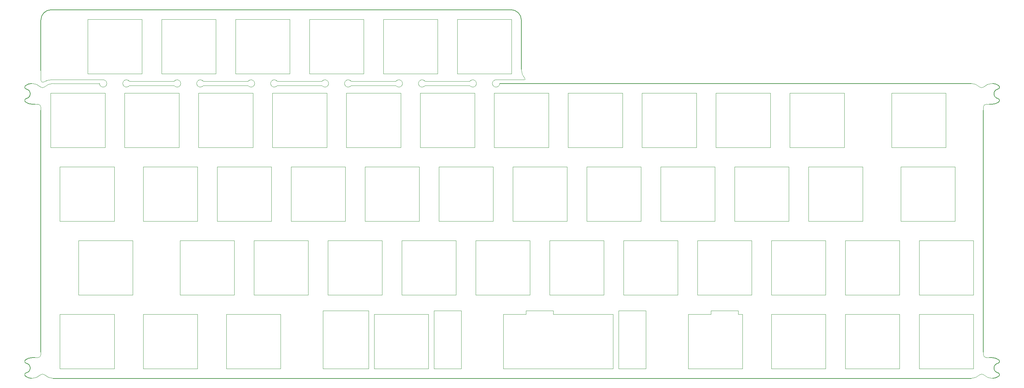
<source format=gbr>
%TF.GenerationSoftware,KiCad,Pcbnew,(7.0.0)*%
%TF.CreationDate,2023-05-06T02:11:09-05:00*%
%TF.ProjectId,Hull_V4N_Tray_Plate,48756c6c-5f56-4344-9e5f-547261795f50,rev?*%
%TF.SameCoordinates,Original*%
%TF.FileFunction,Profile,NP*%
%FSLAX46Y46*%
G04 Gerber Fmt 4.6, Leading zero omitted, Abs format (unit mm)*
G04 Created by KiCad (PCBNEW (7.0.0)) date 2023-05-06 02:11:09*
%MOMM*%
%LPD*%
G01*
G04 APERTURE LIST*
%TA.AperFunction,Profile*%
%ADD10C,0.020000*%
%TD*%
%TA.AperFunction,Profile*%
%ADD11C,0.100000*%
%TD*%
%TA.AperFunction,Profile*%
%ADD12C,0.200000*%
%TD*%
G04 APERTURE END LIST*
D10*
X247000000Y-116825000D02*
X247000000Y-130825000D01*
X261000000Y-130825000D02*
X261000000Y-116825000D01*
X261000000Y-116825000D02*
X247000000Y-116825000D01*
X247000000Y-130825000D02*
X261000000Y-130825000D01*
X227950000Y-116825000D02*
X227950000Y-130825000D01*
X241950000Y-130825000D02*
X241950000Y-116825000D01*
X241950000Y-116825000D02*
X227950000Y-116825000D01*
X227950000Y-130825000D02*
X241950000Y-130825000D01*
X208900000Y-116825000D02*
X208900000Y-130825000D01*
X222900000Y-130825000D02*
X222900000Y-116825000D01*
X222900000Y-116825000D02*
X208900000Y-116825000D01*
X208900000Y-130825000D02*
X222900000Y-130825000D01*
X187468750Y-116825000D02*
X187468750Y-130825000D01*
X201468750Y-130825000D02*
X201468750Y-116825000D01*
X193343750Y-116825000D02*
X187468750Y-116825000D01*
X201468750Y-116825000D02*
X200343750Y-116825000D01*
X200343750Y-130825000D02*
X201468750Y-130825000D01*
X187468750Y-130825000D02*
X193343750Y-130825000D01*
X152693250Y-116825000D02*
X152693250Y-115825000D01*
X145693250Y-115825000D02*
X145693250Y-116825000D01*
X152693250Y-115825000D02*
X145693250Y-115825000D01*
X176569250Y-130825000D02*
X176569250Y-115825000D01*
X169569250Y-115825000D02*
X169569250Y-130825000D01*
X169569250Y-130825000D02*
X176569250Y-130825000D01*
X176569250Y-115825000D02*
X169569250Y-115825000D01*
X168131250Y-130825000D02*
X168131250Y-116825000D01*
X168131250Y-116825000D02*
X153843750Y-116825000D01*
X153843750Y-130825000D02*
X168131250Y-130825000D01*
X93343750Y-115825000D02*
X93343750Y-130825000D01*
X93343750Y-130825000D02*
X98068250Y-130825000D01*
X98068250Y-115825000D02*
X93343750Y-115825000D01*
X200343750Y-116825000D02*
X200343750Y-115825000D01*
X193343750Y-115825000D02*
X193343750Y-116825000D01*
X193343750Y-130825000D02*
X200343750Y-130825000D01*
X200343750Y-115825000D02*
X193343750Y-115825000D01*
X139843750Y-116825000D02*
X139843750Y-130825000D01*
X145693250Y-116825000D02*
X139843750Y-116825000D01*
X153843750Y-116825000D02*
X152693250Y-116825000D01*
X152693250Y-130825000D02*
X153843750Y-130825000D01*
X145693250Y-130825000D02*
X152693250Y-130825000D01*
X139843750Y-130825000D02*
X145693250Y-130825000D01*
X105068250Y-130825000D02*
X105068250Y-115825000D01*
X100343750Y-130825000D02*
X105068250Y-130825000D01*
X98068250Y-130825000D02*
X100343750Y-130825000D01*
X100343750Y-115825000D02*
X98068250Y-115825000D01*
X105068250Y-115825000D02*
X100343750Y-115825000D01*
X128944250Y-130825000D02*
X128944250Y-115825000D01*
X121944250Y-115825000D02*
X121944250Y-130825000D01*
X121944250Y-130825000D02*
X128944250Y-130825000D01*
X128944250Y-115825000D02*
X121944250Y-115825000D01*
X106506250Y-116825000D02*
X106506250Y-130825000D01*
X120506250Y-130825000D02*
X120506250Y-116825000D01*
X120506250Y-116825000D02*
X106506250Y-116825000D01*
X106506250Y-130825000D02*
X120506250Y-130825000D01*
X68406250Y-116825000D02*
X68406250Y-130825000D01*
X82406250Y-130825000D02*
X82406250Y-116825000D01*
X82406250Y-116825000D02*
X68406250Y-116825000D01*
X68406250Y-130825000D02*
X82406250Y-130825000D01*
X46975000Y-116825000D02*
X46975000Y-130825000D01*
X60975000Y-130825000D02*
X60975000Y-116825000D01*
X60975000Y-116825000D02*
X46975000Y-116825000D01*
X46975000Y-130825000D02*
X60975000Y-130825000D01*
X25543750Y-116825000D02*
X25543750Y-130825000D01*
X39543750Y-130825000D02*
X39543750Y-116825000D01*
X39543750Y-116825000D02*
X25543750Y-116825000D01*
X25543750Y-130825000D02*
X39543750Y-130825000D01*
X247000000Y-97775000D02*
X247000000Y-111775000D01*
X261000000Y-111775000D02*
X261000000Y-97775000D01*
X261000000Y-97775000D02*
X247000000Y-97775000D01*
X247000000Y-111775000D02*
X261000000Y-111775000D01*
X227950000Y-97775000D02*
X227950000Y-111775000D01*
X241950000Y-111775000D02*
X241950000Y-97775000D01*
X241950000Y-97775000D02*
X227950000Y-97775000D01*
X227950000Y-111775000D02*
X241950000Y-111775000D01*
X208900000Y-97775000D02*
X208900000Y-111775000D01*
X222900000Y-111775000D02*
X222900000Y-97775000D01*
X222900000Y-97775000D02*
X208900000Y-97775000D01*
X208900000Y-111775000D02*
X222900000Y-111775000D01*
X189850000Y-97775000D02*
X189850000Y-111775000D01*
X203850000Y-111775000D02*
X203850000Y-97775000D01*
X203850000Y-97775000D02*
X189850000Y-97775000D01*
X189850000Y-111775000D02*
X203850000Y-111775000D01*
X170800000Y-97775000D02*
X170800000Y-111775000D01*
X184800000Y-111775000D02*
X184800000Y-97775000D01*
X184800000Y-97775000D02*
X170800000Y-97775000D01*
X170800000Y-111775000D02*
X184800000Y-111775000D01*
X151750000Y-97775000D02*
X151750000Y-111775000D01*
X165750000Y-111775000D02*
X165750000Y-97775000D01*
X165750000Y-97775000D02*
X151750000Y-97775000D01*
X151750000Y-111775000D02*
X165750000Y-111775000D01*
X132700000Y-97775000D02*
X132700000Y-111775000D01*
X146700000Y-111775000D02*
X146700000Y-97775000D01*
X146700000Y-97775000D02*
X132700000Y-97775000D01*
X132700000Y-111775000D02*
X146700000Y-111775000D01*
X113650000Y-97775000D02*
X113650000Y-111775000D01*
X127650000Y-111775000D02*
X127650000Y-97775000D01*
X127650000Y-97775000D02*
X113650000Y-97775000D01*
X113650000Y-111775000D02*
X127650000Y-111775000D01*
X94600000Y-97775000D02*
X94600000Y-111775000D01*
X108600000Y-111775000D02*
X108600000Y-97775000D01*
X108600000Y-97775000D02*
X94600000Y-97775000D01*
X94600000Y-111775000D02*
X108600000Y-111775000D01*
X75550000Y-97775000D02*
X75550000Y-111775000D01*
X89550000Y-111775000D02*
X89550000Y-97775000D01*
X89550000Y-97775000D02*
X75550000Y-97775000D01*
X75550000Y-111775000D02*
X89550000Y-111775000D01*
X56500000Y-97775000D02*
X56500000Y-111775000D01*
X70500000Y-111775000D02*
X70500000Y-97775000D01*
X70500000Y-97775000D02*
X56500000Y-97775000D01*
X56500000Y-111775000D02*
X70500000Y-111775000D01*
X30306250Y-97775000D02*
X30306250Y-111775000D01*
X44306250Y-111775000D02*
X44306250Y-97775000D01*
X44306250Y-97775000D02*
X30306250Y-97775000D01*
X30306250Y-111775000D02*
X44306250Y-111775000D01*
X242237500Y-78725000D02*
X242237500Y-92725000D01*
X256237500Y-92725000D02*
X256237500Y-78725000D01*
X256237500Y-78725000D02*
X242237500Y-78725000D01*
X242237500Y-92725000D02*
X256237500Y-92725000D01*
X218425000Y-78725000D02*
X218425000Y-92725000D01*
X232425000Y-92725000D02*
X232425000Y-78725000D01*
X232425000Y-78725000D02*
X218425000Y-78725000D01*
X218425000Y-92725000D02*
X232425000Y-92725000D01*
X199375000Y-78725000D02*
X199375000Y-92725000D01*
X213375000Y-92725000D02*
X213375000Y-78725000D01*
X213375000Y-78725000D02*
X199375000Y-78725000D01*
X199375000Y-92725000D02*
X213375000Y-92725000D01*
X180325000Y-78725000D02*
X180325000Y-92725000D01*
X194325000Y-92725000D02*
X194325000Y-78725000D01*
X194325000Y-78725000D02*
X180325000Y-78725000D01*
X180325000Y-92725000D02*
X194325000Y-92725000D01*
X161275000Y-78725000D02*
X161275000Y-92725000D01*
X175275000Y-92725000D02*
X175275000Y-78725000D01*
X175275000Y-78725000D02*
X161275000Y-78725000D01*
X161275000Y-92725000D02*
X175275000Y-92725000D01*
X142225000Y-78725000D02*
X142225000Y-92725000D01*
X156225000Y-92725000D02*
X156225000Y-78725000D01*
X156225000Y-78725000D02*
X142225000Y-78725000D01*
X142225000Y-92725000D02*
X156225000Y-92725000D01*
X123175000Y-78725000D02*
X123175000Y-92725000D01*
X137175000Y-92725000D02*
X137175000Y-78725000D01*
X137175000Y-78725000D02*
X123175000Y-78725000D01*
X123175000Y-92725000D02*
X137175000Y-92725000D01*
X104125000Y-78725000D02*
X104125000Y-92725000D01*
X118125000Y-92725000D02*
X118125000Y-78725000D01*
X118125000Y-78725000D02*
X104125000Y-78725000D01*
X104125000Y-92725000D02*
X118125000Y-92725000D01*
X85075000Y-78725000D02*
X85075000Y-92725000D01*
X99075000Y-92725000D02*
X99075000Y-78725000D01*
X99075000Y-78725000D02*
X85075000Y-78725000D01*
X85075000Y-92725000D02*
X99075000Y-92725000D01*
X66025000Y-78725000D02*
X66025000Y-92725000D01*
X80025000Y-92725000D02*
X80025000Y-78725000D01*
X80025000Y-78725000D02*
X66025000Y-78725000D01*
X66025000Y-92725000D02*
X80025000Y-92725000D01*
X46975000Y-78725000D02*
X46975000Y-92725000D01*
X60975000Y-92725000D02*
X60975000Y-78725000D01*
X60975000Y-78725000D02*
X46975000Y-78725000D01*
X46975000Y-92725000D02*
X60975000Y-92725000D01*
X25543750Y-78725000D02*
X25543750Y-92725000D01*
X39543750Y-92725000D02*
X39543750Y-78725000D01*
X39543750Y-78725000D02*
X25543750Y-78725000D01*
X25543750Y-92725000D02*
X39543750Y-92725000D01*
X239856250Y-59675000D02*
X239856250Y-73675000D01*
X253856250Y-73675000D02*
X253856250Y-59675000D01*
X253856250Y-59675000D02*
X239856250Y-59675000D01*
X239856250Y-73675000D02*
X253856250Y-73675000D01*
X213662500Y-59675000D02*
X213662500Y-73675000D01*
X227662500Y-73675000D02*
X227662500Y-59675000D01*
X227662500Y-59675000D02*
X213662500Y-59675000D01*
X213662500Y-73675000D02*
X227662500Y-73675000D01*
X194612500Y-59675000D02*
X194612500Y-73675000D01*
X208612500Y-73675000D02*
X208612500Y-59675000D01*
X208612500Y-59675000D02*
X194612500Y-59675000D01*
X194612500Y-73675000D02*
X208612500Y-73675000D01*
X175562500Y-59675000D02*
X175562500Y-73675000D01*
X189562500Y-73675000D02*
X189562500Y-59675000D01*
X189562500Y-59675000D02*
X175562500Y-59675000D01*
X175562500Y-73675000D02*
X189562500Y-73675000D01*
X156512500Y-59675000D02*
X156512500Y-73675000D01*
X170512500Y-73675000D02*
X170512500Y-59675000D01*
X170512500Y-59675000D02*
X156512500Y-59675000D01*
X156512500Y-73675000D02*
X170512500Y-73675000D01*
X137462500Y-59675000D02*
X137462500Y-73675000D01*
X151462500Y-73675000D02*
X151462500Y-59675000D01*
X151462500Y-59675000D02*
X137462500Y-59675000D01*
X137462500Y-73675000D02*
X151462500Y-73675000D01*
X118412500Y-59675000D02*
X118412500Y-73675000D01*
X132412500Y-73675000D02*
X132412500Y-59675000D01*
X132412500Y-59675000D02*
X118412500Y-59675000D01*
X118412500Y-73675000D02*
X132412500Y-73675000D01*
X99362500Y-59675000D02*
X99362500Y-73675000D01*
X113362500Y-73675000D02*
X113362500Y-59675000D01*
X113362500Y-59675000D02*
X99362500Y-59675000D01*
X99362500Y-73675000D02*
X113362500Y-73675000D01*
X80312500Y-59675000D02*
X80312500Y-73675000D01*
X94312500Y-73675000D02*
X94312500Y-59675000D01*
X94312500Y-59675000D02*
X80312500Y-59675000D01*
X80312500Y-73675000D02*
X94312500Y-73675000D01*
X61262500Y-59675000D02*
X61262500Y-73675000D01*
X75262500Y-73675000D02*
X75262500Y-59675000D01*
X75262500Y-59675000D02*
X61262500Y-59675000D01*
X61262500Y-73675000D02*
X75262500Y-73675000D01*
X42212500Y-59675000D02*
X42212500Y-73675000D01*
X56212500Y-73675000D02*
X56212500Y-59675000D01*
X56212500Y-59675000D02*
X42212500Y-59675000D01*
X42212500Y-73675000D02*
X56212500Y-73675000D01*
X23162500Y-59675000D02*
X23162500Y-73675000D01*
X37162500Y-73675000D02*
X37162500Y-59675000D01*
X37162500Y-59675000D02*
X23162500Y-59675000D01*
X23162500Y-73675000D02*
X37162500Y-73675000D01*
X127937500Y-40625000D02*
X127937500Y-54625000D01*
X141937500Y-54625000D02*
X141937500Y-40625000D01*
X141937500Y-40625000D02*
X127937500Y-40625000D01*
X127937500Y-54625000D02*
X141937500Y-54625000D01*
X108887500Y-40625000D02*
X108887500Y-54625000D01*
X122887500Y-54625000D02*
X122887500Y-40625000D01*
X122887500Y-40625000D02*
X108887500Y-40625000D01*
X108887500Y-54625000D02*
X122887500Y-54625000D01*
X89837500Y-40625000D02*
X89837500Y-54625000D01*
X103837500Y-54625000D02*
X103837500Y-40625000D01*
X103837500Y-40625000D02*
X89837500Y-40625000D01*
X89837500Y-54625000D02*
X103837500Y-54625000D01*
X70787500Y-40625000D02*
X70787500Y-54625000D01*
X84787500Y-54625000D02*
X84787500Y-40625000D01*
X84787500Y-40625000D02*
X70787500Y-40625000D01*
X70787500Y-54625000D02*
X84787500Y-54625000D01*
X51737500Y-40625000D02*
X51737500Y-54625000D01*
X65737500Y-54625000D02*
X65737500Y-40625000D01*
X65737500Y-40625000D02*
X51737500Y-40625000D01*
X51737500Y-54625000D02*
X65737500Y-54625000D01*
X32687500Y-40625000D02*
X32687500Y-54625000D01*
X46687500Y-54625000D02*
X46687500Y-40625000D01*
X46687500Y-40625000D02*
X32687500Y-40625000D01*
X32687500Y-54625000D02*
X46687500Y-54625000D01*
D11*
X20637501Y-64000000D02*
X20637502Y-63293751D01*
X56683485Y-57150000D02*
G75*
G03*
X55737500Y-56204015I-945985J0D01*
G01*
D12*
X20637501Y-40775000D02*
X20637500Y-53822765D01*
X267282465Y-58598754D02*
G75*
G03*
X267282463Y-61051246I242535J-1226246D01*
G01*
D11*
X74787500Y-56204015D02*
G75*
G03*
X74019636Y-56597485I0J-945985D01*
G01*
D12*
X16670111Y-57713680D02*
G75*
G03*
X16880038Y-58598755I306989J-394620D01*
G01*
X18312500Y-128000002D02*
G75*
G03*
X16670054Y-128563606I0J-2674998D01*
G01*
D11*
X117941516Y-57150000D02*
G75*
G03*
X118887500Y-58095984I945984J0D01*
G01*
D12*
X16880037Y-131901242D02*
G75*
G03*
X16670052Y-132786395I97013J-490498D01*
G01*
D11*
X265025000Y-62500001D02*
X264318749Y-62500001D01*
X20557564Y-58079936D02*
G75*
G03*
X18312501Y-57150000I-2245064J-2245064D01*
G01*
D12*
X144462500Y-53474999D02*
X144462500Y-40775000D01*
D11*
X112887500Y-58095984D02*
G75*
G03*
X113833484Y-57150000I0J945984D01*
G01*
X137937501Y-58095985D02*
G75*
G03*
X138883485Y-57149999I-1J945985D01*
G01*
D12*
X23312500Y-38100001D02*
G75*
G03*
X20637501Y-40775000I0J-2674999D01*
G01*
X16670053Y-61936397D02*
G75*
G03*
X18312501Y-62500001I1642447J2111397D01*
G01*
D11*
X118887500Y-56204015D02*
G75*
G03*
X117941515Y-57150000I0J-945985D01*
G01*
D12*
X267282480Y-129448848D02*
G75*
G03*
X267492448Y-128563605I-97080J490548D01*
G01*
D11*
X263604937Y-132420066D02*
G75*
G03*
X265850001Y-133350001I2245063J2245066D01*
G01*
X60791516Y-57150000D02*
G75*
G03*
X61737500Y-58095984I945984J0D01*
G01*
X23366516Y-56204014D02*
G75*
G03*
X21353327Y-56803156I-20316J-3613586D01*
G01*
D12*
X265025000Y-62500001D02*
X265850000Y-62500001D01*
D11*
X74019636Y-57702513D02*
X62505364Y-57702514D01*
X137937500Y-56204015D02*
X145256250Y-56204015D01*
X81555364Y-56597485D02*
G75*
G03*
X80787500Y-56204015I-767864J-552515D01*
G01*
X19843751Y-128000001D02*
G75*
G03*
X20637501Y-127206250I-1J793751D01*
G01*
X94783485Y-57150000D02*
G75*
G03*
X93837500Y-56204015I-945985J0D01*
G01*
X21567436Y-132420065D02*
G75*
G03*
X20557564Y-132420066I-504936J-585335D01*
G01*
X23812501Y-57150004D02*
G75*
G03*
X21567439Y-58079938I-1J-3174996D01*
G01*
D12*
X265850001Y-128000000D02*
X265025001Y-128000000D01*
X16670051Y-132786396D02*
G75*
G03*
X18312500Y-133350001I1642449J2111396D01*
G01*
X23812501Y-133349999D02*
X260350000Y-133349999D01*
D11*
X263525000Y-126500001D02*
X263525000Y-127206250D01*
X20637500Y-53822765D02*
X20637500Y-56356250D01*
X80787500Y-58095984D02*
G75*
G03*
X81555364Y-57702513I0J945984D01*
G01*
X263524999Y-63293751D02*
X263525000Y-64000000D01*
D12*
X19137500Y-128000001D02*
X18312500Y-128000000D01*
D11*
X112887500Y-56204015D02*
G75*
G03*
X112119637Y-56597484I0J-945985D01*
G01*
X35741517Y-57149999D02*
G75*
G03*
X36687500Y-58095983I945983J-1D01*
G01*
X55737500Y-58095984D02*
G75*
G03*
X56683484Y-57150000I0J945984D01*
G01*
X43455364Y-56597485D02*
G75*
G03*
X42687500Y-56204015I-767864J-552515D01*
G01*
X118887500Y-58095984D02*
G75*
G03*
X119655364Y-57702513I0J945984D01*
G01*
X36687500Y-56204015D02*
X23366516Y-56204015D01*
X20637501Y-127206250D02*
X20637501Y-126500001D01*
X136991516Y-57150000D02*
G75*
G03*
X137937500Y-58095984I945984J0D01*
G01*
D12*
X18312501Y-62500001D02*
X19137501Y-62500001D01*
D11*
X93837500Y-58095984D02*
G75*
G03*
X94783484Y-57150000I0J945984D01*
G01*
X262595064Y-58079936D02*
G75*
G03*
X263604937Y-58079935I504936J585336D01*
G01*
X100605364Y-56597485D02*
X112119636Y-56597484D01*
D12*
X144462500Y-40775000D02*
G75*
G03*
X141787501Y-38100000I-2675000J0D01*
G01*
X267282462Y-129448755D02*
G75*
G03*
X267282464Y-131901246I242538J-1226245D01*
G01*
D11*
X144462514Y-53474999D02*
G75*
G03*
X145392035Y-55912949I3661886J-1D01*
G01*
X41741516Y-57150000D02*
G75*
G03*
X42687500Y-58095984I945984J0D01*
G01*
X21567437Y-132420064D02*
G75*
G03*
X23812501Y-133349999I2245063J2245064D01*
G01*
X19137500Y-128000000D02*
X19843751Y-128000000D01*
X98891516Y-57150000D02*
G75*
G03*
X99837500Y-58095984I945984J0D01*
G01*
X99837500Y-58095984D02*
G75*
G03*
X100605364Y-57702513I0J945984D01*
G01*
X100605364Y-56597485D02*
G75*
G03*
X99837500Y-56204015I-767864J-552515D01*
G01*
X93069636Y-57702512D02*
X81555364Y-57702513D01*
X54969638Y-57702511D02*
G75*
G03*
X55737500Y-58095981I767862J552511D01*
G01*
D12*
X267492414Y-61936351D02*
G75*
G03*
X267282463Y-61051247I-306914J394651D01*
G01*
D11*
X54969636Y-57702512D02*
X43455364Y-57702513D01*
X112119638Y-57702511D02*
G75*
G03*
X112887500Y-58095981I767862J552511D01*
G01*
X131937500Y-58095984D02*
G75*
G03*
X132883484Y-57150000I0J945984D01*
G01*
X79841516Y-57150000D02*
G75*
G03*
X80787500Y-58095984I945984J0D01*
G01*
X119655364Y-56597485D02*
X131169636Y-56597484D01*
X137937500Y-56204015D02*
G75*
G03*
X136991515Y-57150000I0J-945985D01*
G01*
X55737500Y-56204015D02*
G75*
G03*
X54969637Y-56597484I0J-945985D01*
G01*
D12*
X265850000Y-62499999D02*
G75*
G03*
X267492447Y-61936394I0J2674999D01*
G01*
D11*
X42687500Y-58095984D02*
G75*
G03*
X43455364Y-57702513I0J945984D01*
G01*
X81555364Y-56597485D02*
X93069636Y-56597484D01*
X35741516Y-57149999D02*
X23812501Y-57150002D01*
X62505364Y-56597486D02*
X74019636Y-56597485D01*
X80787500Y-56204015D02*
G75*
G03*
X79841515Y-57150000I0J-945985D01*
G01*
D12*
X263525000Y-126500001D02*
X263524999Y-64000000D01*
X267492448Y-128563605D02*
G75*
G03*
X265850001Y-128000000I-1642448J-2111395D01*
G01*
D11*
X74019638Y-57702512D02*
G75*
G03*
X74787500Y-58095982I767862J552512D01*
G01*
X263525000Y-127206250D02*
G75*
G03*
X264318750Y-128000000I793800J50D01*
G01*
D12*
X16880038Y-61051244D02*
G75*
G03*
X16880038Y-58598756I-242538J1226244D01*
G01*
D11*
X99837500Y-56204015D02*
G75*
G03*
X98891515Y-57150000I0J-945985D01*
G01*
X61737500Y-56204015D02*
G75*
G03*
X60791515Y-57150000I0J-945985D01*
G01*
X61737500Y-58095984D02*
G75*
G03*
X62505364Y-57702514I0J945984D01*
G01*
X75733485Y-57150000D02*
G75*
G03*
X74787500Y-56204015I-945985J0D01*
G01*
D12*
X267492414Y-132786353D02*
G75*
G03*
X267282464Y-131901246I-306914J394653D01*
G01*
D11*
X36687501Y-58095985D02*
G75*
G03*
X37633485Y-57150000I-1J945985D01*
G01*
X74787500Y-58095984D02*
G75*
G03*
X75733484Y-57150000I0J945984D01*
G01*
X113833485Y-57150000D02*
G75*
G03*
X112887500Y-56204015I-945985J0D01*
G01*
X20637526Y-56356249D02*
G75*
G03*
X21353327Y-56803154I514674J27649D01*
G01*
X43455364Y-56597485D02*
X54969636Y-56597484D01*
D12*
X141787501Y-38100000D02*
X23312500Y-38100000D01*
X265850001Y-133350000D02*
G75*
G03*
X267492448Y-132786395I-1J2675000D01*
G01*
D11*
X37633485Y-57150000D02*
G75*
G03*
X36687500Y-56204015I-945985J0D01*
G01*
X62505364Y-56597486D02*
G75*
G03*
X61737500Y-56204016I-767864J-552514D01*
G01*
X264318750Y-128000000D02*
X265025001Y-128000000D01*
X42687500Y-56204015D02*
G75*
G03*
X41741515Y-57150000I0J-945985D01*
G01*
X112119636Y-57702512D02*
X100605364Y-57702513D01*
X93069638Y-57702511D02*
G75*
G03*
X93837500Y-58095981I767862J552511D01*
G01*
X20557562Y-58079938D02*
G75*
G03*
X21567439Y-58079938I504938J585338D01*
G01*
X145256250Y-56204027D02*
G75*
G03*
X145392035Y-55912949I4250J175227D01*
G01*
D12*
X260350000Y-57150002D02*
X138883485Y-57149999D01*
D11*
X131169636Y-57702512D02*
X119655364Y-57702513D01*
X119655364Y-56597485D02*
G75*
G03*
X118887500Y-56204015I-767864J-552515D01*
G01*
X262595063Y-58079937D02*
G75*
G03*
X260350000Y-57150002I-2245063J-2245063D01*
G01*
X131937500Y-56204015D02*
G75*
G03*
X131169637Y-56597484I0J-945985D01*
G01*
D12*
X20637501Y-64000000D02*
X20637501Y-126500001D01*
D11*
X260350000Y-133349998D02*
G75*
G03*
X262595063Y-132420063I0J3174998D01*
G01*
D12*
X16880038Y-131901244D02*
G75*
G03*
X16880038Y-129448756I-242538J1226244D01*
G01*
D11*
X264318749Y-62500099D02*
G75*
G03*
X263524999Y-63293751I-49J-793701D01*
G01*
D12*
X16880037Y-61051241D02*
G75*
G03*
X16670053Y-61936397I97013J-490499D01*
G01*
D11*
X263604938Y-132420065D02*
G75*
G03*
X262595063Y-132420063I-504938J-585335D01*
G01*
X20637599Y-63293751D02*
G75*
G03*
X19843752Y-62500001I-793799J-49D01*
G01*
D12*
X267492447Y-57713604D02*
G75*
G03*
X265850001Y-57150000I-1642447J-2111396D01*
G01*
D11*
X93837500Y-56204015D02*
G75*
G03*
X93069637Y-56597484I0J-945985D01*
G01*
X131169638Y-57702511D02*
G75*
G03*
X131937500Y-58095981I767862J552511D01*
G01*
D12*
X18312500Y-57150001D02*
G75*
G03*
X16670053Y-57713605I0J-2674999D01*
G01*
D11*
X19843752Y-62500001D02*
X19137501Y-62500001D01*
D12*
X267282484Y-58598849D02*
G75*
G03*
X267492448Y-57713603I-97084J490549D01*
G01*
D11*
X265850000Y-57150001D02*
G75*
G03*
X263604937Y-58079936I0J-3174999D01*
G01*
X132883485Y-57150000D02*
G75*
G03*
X131937500Y-56204015I-945985J0D01*
G01*
D12*
X16670112Y-128563679D02*
G75*
G03*
X16880038Y-129448755I306988J-394621D01*
G01*
D11*
X18312500Y-133349999D02*
G75*
G03*
X20557562Y-132420064I0J3174999D01*
G01*
M02*

</source>
